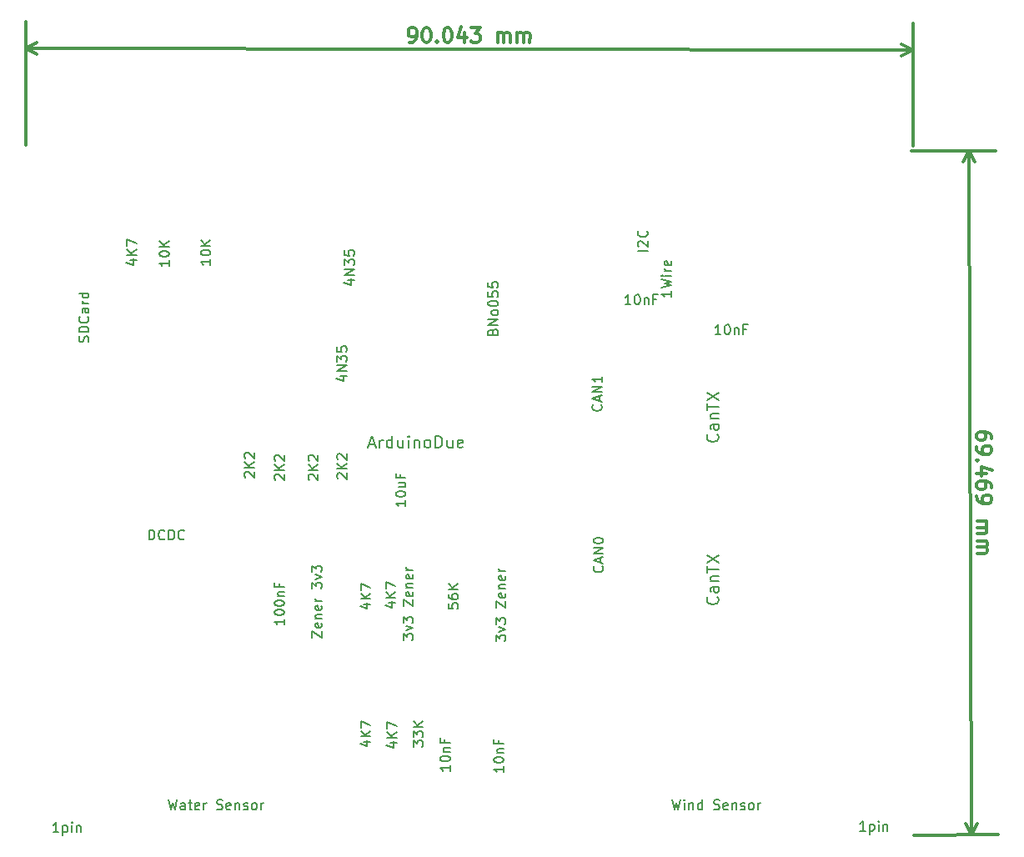
<source format=gbr>
G04 #@! TF.FileFunction,Other,Fab,Top*
%FSLAX46Y46*%
G04 Gerber Fmt 4.6, Leading zero omitted, Abs format (unit mm)*
G04 Created by KiCad (PCBNEW 4.0.6) date Thursday, 23 November 2017 'AMt' 10:57:15*
%MOMM*%
%LPD*%
G01*
G04 APERTURE LIST*
%ADD10C,0.100000*%
%ADD11C,0.300000*%
%ADD12C,0.150000*%
G04 APERTURE END LIST*
D10*
D11*
X128880818Y-34307991D02*
X129166533Y-34308394D01*
X129309490Y-34237168D01*
X129381019Y-34165839D01*
X129524179Y-33951756D01*
X129596010Y-33666142D01*
X129596816Y-33094715D01*
X129525589Y-32951757D01*
X129454261Y-32880227D01*
X129311505Y-32808597D01*
X129025791Y-32808194D01*
X128882833Y-32879421D01*
X128811304Y-32950750D01*
X128739674Y-33093506D01*
X128739170Y-33450648D01*
X128810397Y-33593606D01*
X128881725Y-33665135D01*
X129024482Y-33736765D01*
X129310195Y-33737168D01*
X129453153Y-33665941D01*
X129524683Y-33594613D01*
X129596312Y-33451857D01*
X130525789Y-32810310D02*
X130668646Y-32810511D01*
X130811402Y-32882142D01*
X130882730Y-32953671D01*
X130953958Y-33096629D01*
X131024983Y-33382443D01*
X131024479Y-33739586D01*
X130952648Y-34025199D01*
X130881017Y-34167955D01*
X130809488Y-34239283D01*
X130666530Y-34310510D01*
X130523673Y-34310308D01*
X130380917Y-34238679D01*
X130309589Y-34167149D01*
X130238363Y-34024191D01*
X130167337Y-33738377D01*
X130167840Y-33381234D01*
X130239672Y-33095621D01*
X130311302Y-32952865D01*
X130382831Y-32881537D01*
X130525789Y-32810310D01*
X131666731Y-34169063D02*
X131738058Y-34240593D01*
X131666529Y-34311920D01*
X131595201Y-34240391D01*
X131666731Y-34169063D01*
X131666529Y-34311920D01*
X132668644Y-32813332D02*
X132811501Y-32813533D01*
X132954257Y-32885164D01*
X133025585Y-32956694D01*
X133096812Y-33099651D01*
X133167837Y-33385466D01*
X133167334Y-33742608D01*
X133095503Y-34028221D01*
X133023872Y-34170977D01*
X132952343Y-34242306D01*
X132809385Y-34313532D01*
X132666528Y-34313330D01*
X132523772Y-34241701D01*
X132452444Y-34170171D01*
X132381217Y-34027214D01*
X132310192Y-33741399D01*
X132310695Y-33384257D01*
X132382527Y-33098644D01*
X132454157Y-32955888D01*
X132525686Y-32884559D01*
X132668644Y-32813332D01*
X134453651Y-33315850D02*
X134452240Y-34315849D01*
X134097314Y-32743919D02*
X133738660Y-33814842D01*
X134667231Y-33816152D01*
X135097212Y-32816757D02*
X136025783Y-32818067D01*
X135524977Y-33388790D01*
X135739263Y-33389092D01*
X135882019Y-33460723D01*
X135953347Y-33532252D01*
X136024574Y-33675209D01*
X136024070Y-34032352D01*
X135952440Y-34175108D01*
X135880911Y-34246436D01*
X135737953Y-34317663D01*
X135309382Y-34317058D01*
X135166625Y-34245429D01*
X135095298Y-34173899D01*
X137809379Y-34320584D02*
X137810790Y-33320585D01*
X137810588Y-33463443D02*
X137882117Y-33392115D01*
X138025075Y-33320887D01*
X138239360Y-33321190D01*
X138382116Y-33392820D01*
X138453344Y-33535778D01*
X138452235Y-34321491D01*
X138453344Y-33535778D02*
X138524974Y-33393022D01*
X138667932Y-33321794D01*
X138882216Y-33322096D01*
X139024974Y-33393727D01*
X139096200Y-33536684D01*
X139095092Y-34322398D01*
X139809377Y-34323405D02*
X139810788Y-33323406D01*
X139810586Y-33466264D02*
X139882115Y-33394936D01*
X140025073Y-33323708D01*
X140239358Y-33324010D01*
X140382114Y-33395641D01*
X140453342Y-33538599D01*
X140452233Y-34324312D01*
X140453342Y-33538599D02*
X140524972Y-33395842D01*
X140667930Y-33324615D01*
X140882214Y-33324917D01*
X141024972Y-33396548D01*
X141096198Y-33539505D01*
X141095090Y-34325218D01*
X89929793Y-34924483D02*
X179972793Y-35051483D01*
X89916000Y-44704000D02*
X89933601Y-32224486D01*
X179959000Y-44831000D02*
X179976601Y-32351486D01*
X179972793Y-35051483D02*
X178845463Y-35636314D01*
X179972793Y-35051483D02*
X178847117Y-34463474D01*
X89929793Y-34924483D02*
X91055469Y-35512492D01*
X89929793Y-34924483D02*
X91057123Y-34339652D01*
X187955013Y-74544228D02*
X187953968Y-74258516D01*
X187882017Y-74115921D01*
X187810328Y-74044754D01*
X187595522Y-73902681D01*
X187309548Y-73832298D01*
X186738123Y-73834387D01*
X186595529Y-73906338D01*
X186524361Y-73978026D01*
X186453456Y-74121145D01*
X186454501Y-74406857D01*
X186526451Y-74549452D01*
X186598140Y-74620619D01*
X186741257Y-74691524D01*
X187098398Y-74690218D01*
X187240993Y-74618269D01*
X187312159Y-74546579D01*
X187383065Y-74403462D01*
X187382021Y-74117750D01*
X187310070Y-73975154D01*
X187238381Y-73903987D01*
X187095264Y-73833081D01*
X186458157Y-75406849D02*
X186459202Y-75692562D01*
X186531151Y-75835157D01*
X186602841Y-75906323D01*
X186817647Y-76048397D01*
X187103621Y-76118780D01*
X187675045Y-76116691D01*
X187817640Y-76044741D01*
X187888808Y-75973051D01*
X187959714Y-75829934D01*
X187958669Y-75544222D01*
X187886718Y-75401626D01*
X187815029Y-75330459D01*
X187671911Y-75259553D01*
X187314771Y-75260859D01*
X187172176Y-75332810D01*
X187101010Y-75404499D01*
X187030103Y-75547617D01*
X187031148Y-75833329D01*
X187103099Y-75975924D01*
X187174788Y-76047091D01*
X187317905Y-76117996D01*
X186605975Y-76763461D02*
X186534808Y-76835149D01*
X186463119Y-76763983D01*
X186534285Y-76692293D01*
X186605975Y-76763461D01*
X186463119Y-76763983D01*
X187468074Y-78117461D02*
X186468081Y-78121117D01*
X188038193Y-77758231D02*
X186965466Y-77405008D01*
X186968861Y-78333573D01*
X187973294Y-79544194D02*
X187972250Y-79258482D01*
X187900299Y-79115887D01*
X187828609Y-79044720D01*
X187613803Y-78902647D01*
X187327829Y-78832263D01*
X186756405Y-78834353D01*
X186613810Y-78906303D01*
X186542643Y-78977992D01*
X186471737Y-79121110D01*
X186472782Y-79406822D01*
X186544732Y-79549417D01*
X186616422Y-79620585D01*
X186759539Y-79691490D01*
X187116679Y-79690184D01*
X187259274Y-79618234D01*
X187330441Y-79546544D01*
X187401347Y-79403427D01*
X187400302Y-79117715D01*
X187328351Y-78975119D01*
X187256663Y-78903953D01*
X187113545Y-78833047D01*
X186476438Y-80406815D02*
X186477483Y-80692528D01*
X186549433Y-80835123D01*
X186621123Y-80906289D01*
X186835928Y-81048363D01*
X187121903Y-81118745D01*
X187693327Y-81116656D01*
X187835922Y-81044706D01*
X187907089Y-80973017D01*
X187977995Y-80829899D01*
X187976951Y-80544187D01*
X187905000Y-80401591D01*
X187833310Y-80330425D01*
X187690193Y-80259519D01*
X187333052Y-80260825D01*
X187190457Y-80332776D01*
X187119291Y-80404464D01*
X187048385Y-80547582D01*
X187049430Y-80833294D01*
X187121380Y-80975889D01*
X187193069Y-81047057D01*
X187336186Y-81117962D01*
X186485579Y-82906798D02*
X187485572Y-82903142D01*
X187342715Y-82903664D02*
X187414405Y-82974830D01*
X187486356Y-83117426D01*
X187487139Y-83331710D01*
X187416233Y-83474827D01*
X187273638Y-83546778D01*
X186487930Y-83549651D01*
X187273638Y-83546778D02*
X187416755Y-83617684D01*
X187488706Y-83760279D01*
X187489490Y-83974563D01*
X187418584Y-84117681D01*
X187275989Y-84189631D01*
X186490280Y-84192503D01*
X186492892Y-84906785D02*
X187492885Y-84903128D01*
X187350028Y-84903651D02*
X187421718Y-84974817D01*
X187493668Y-85117413D01*
X187494452Y-85331696D01*
X187423546Y-85474814D01*
X187280951Y-85546764D01*
X186495242Y-85549637D01*
X187280951Y-85546764D02*
X187424068Y-85617671D01*
X187496019Y-85760266D01*
X187496802Y-85974549D01*
X187425896Y-86117667D01*
X187283301Y-86189617D01*
X186497593Y-86192490D01*
X185676708Y-45317630D02*
X185930708Y-114786630D01*
X179832000Y-45339000D02*
X188376690Y-45307758D01*
X180086000Y-114808000D02*
X188630690Y-114776758D01*
X185930708Y-114786630D02*
X185340172Y-113662278D01*
X185930708Y-114786630D02*
X186513006Y-113657990D01*
X185676708Y-45317630D02*
X185094410Y-46446270D01*
X185676708Y-45317630D02*
X186267244Y-46441982D01*
D12*
X128468381Y-80827428D02*
X128468381Y-81398857D01*
X128468381Y-81113143D02*
X127468381Y-81113143D01*
X127611238Y-81208381D01*
X127706476Y-81303619D01*
X127754095Y-81398857D01*
X127468381Y-80208381D02*
X127468381Y-80113142D01*
X127516000Y-80017904D01*
X127563619Y-79970285D01*
X127658857Y-79922666D01*
X127849333Y-79875047D01*
X128087429Y-79875047D01*
X128277905Y-79922666D01*
X128373143Y-79970285D01*
X128420762Y-80017904D01*
X128468381Y-80113142D01*
X128468381Y-80208381D01*
X128420762Y-80303619D01*
X128373143Y-80351238D01*
X128277905Y-80398857D01*
X128087429Y-80446476D01*
X127849333Y-80446476D01*
X127658857Y-80398857D01*
X127563619Y-80351238D01*
X127516000Y-80303619D01*
X127468381Y-80208381D01*
X127801714Y-79017904D02*
X128468381Y-79017904D01*
X127801714Y-79446476D02*
X128325524Y-79446476D01*
X128420762Y-79398857D01*
X128468381Y-79303619D01*
X128468381Y-79160761D01*
X128420762Y-79065523D01*
X128373143Y-79017904D01*
X127944571Y-78208380D02*
X127944571Y-78541714D01*
X128468381Y-78541714D02*
X127468381Y-78541714D01*
X127468381Y-78065523D01*
X116149381Y-92860619D02*
X116149381Y-93432048D01*
X116149381Y-93146334D02*
X115149381Y-93146334D01*
X115292238Y-93241572D01*
X115387476Y-93336810D01*
X115435095Y-93432048D01*
X115149381Y-92241572D02*
X115149381Y-92146333D01*
X115197000Y-92051095D01*
X115244619Y-92003476D01*
X115339857Y-91955857D01*
X115530333Y-91908238D01*
X115768429Y-91908238D01*
X115958905Y-91955857D01*
X116054143Y-92003476D01*
X116101762Y-92051095D01*
X116149381Y-92146333D01*
X116149381Y-92241572D01*
X116101762Y-92336810D01*
X116054143Y-92384429D01*
X115958905Y-92432048D01*
X115768429Y-92479667D01*
X115530333Y-92479667D01*
X115339857Y-92432048D01*
X115244619Y-92384429D01*
X115197000Y-92336810D01*
X115149381Y-92241572D01*
X115149381Y-91289191D02*
X115149381Y-91193952D01*
X115197000Y-91098714D01*
X115244619Y-91051095D01*
X115339857Y-91003476D01*
X115530333Y-90955857D01*
X115768429Y-90955857D01*
X115958905Y-91003476D01*
X116054143Y-91051095D01*
X116101762Y-91098714D01*
X116149381Y-91193952D01*
X116149381Y-91289191D01*
X116101762Y-91384429D01*
X116054143Y-91432048D01*
X115958905Y-91479667D01*
X115768429Y-91527286D01*
X115530333Y-91527286D01*
X115339857Y-91479667D01*
X115244619Y-91432048D01*
X115197000Y-91384429D01*
X115149381Y-91289191D01*
X115482714Y-90527286D02*
X116149381Y-90527286D01*
X115577952Y-90527286D02*
X115530333Y-90479667D01*
X115482714Y-90384429D01*
X115482714Y-90241571D01*
X115530333Y-90146333D01*
X115625571Y-90098714D01*
X116149381Y-90098714D01*
X115625571Y-89289190D02*
X115625571Y-89622524D01*
X116149381Y-89622524D02*
X115149381Y-89622524D01*
X115149381Y-89146333D01*
X160472572Y-63952381D02*
X159901143Y-63952381D01*
X160186857Y-63952381D02*
X160186857Y-62952381D01*
X160091619Y-63095238D01*
X159996381Y-63190476D01*
X159901143Y-63238095D01*
X161091619Y-62952381D02*
X161186858Y-62952381D01*
X161282096Y-63000000D01*
X161329715Y-63047619D01*
X161377334Y-63142857D01*
X161424953Y-63333333D01*
X161424953Y-63571429D01*
X161377334Y-63761905D01*
X161329715Y-63857143D01*
X161282096Y-63904762D01*
X161186858Y-63952381D01*
X161091619Y-63952381D01*
X160996381Y-63904762D01*
X160948762Y-63857143D01*
X160901143Y-63761905D01*
X160853524Y-63571429D01*
X160853524Y-63333333D01*
X160901143Y-63142857D01*
X160948762Y-63047619D01*
X160996381Y-63000000D01*
X161091619Y-62952381D01*
X161853524Y-63285714D02*
X161853524Y-63952381D01*
X161853524Y-63380952D02*
X161901143Y-63333333D01*
X161996381Y-63285714D01*
X162139239Y-63285714D01*
X162234477Y-63333333D01*
X162282096Y-63428571D01*
X162282096Y-63952381D01*
X163091620Y-63428571D02*
X162758286Y-63428571D01*
X162758286Y-63952381D02*
X162758286Y-62952381D01*
X163234477Y-62952381D01*
X151328572Y-60904381D02*
X150757143Y-60904381D01*
X151042857Y-60904381D02*
X151042857Y-59904381D01*
X150947619Y-60047238D01*
X150852381Y-60142476D01*
X150757143Y-60190095D01*
X151947619Y-59904381D02*
X152042858Y-59904381D01*
X152138096Y-59952000D01*
X152185715Y-59999619D01*
X152233334Y-60094857D01*
X152280953Y-60285333D01*
X152280953Y-60523429D01*
X152233334Y-60713905D01*
X152185715Y-60809143D01*
X152138096Y-60856762D01*
X152042858Y-60904381D01*
X151947619Y-60904381D01*
X151852381Y-60856762D01*
X151804762Y-60809143D01*
X151757143Y-60713905D01*
X151709524Y-60523429D01*
X151709524Y-60285333D01*
X151757143Y-60094857D01*
X151804762Y-59999619D01*
X151852381Y-59952000D01*
X151947619Y-59904381D01*
X152709524Y-60237714D02*
X152709524Y-60904381D01*
X152709524Y-60332952D02*
X152757143Y-60285333D01*
X152852381Y-60237714D01*
X152995239Y-60237714D01*
X153090477Y-60285333D01*
X153138096Y-60380571D01*
X153138096Y-60904381D01*
X153947620Y-60380571D02*
X153614286Y-60380571D01*
X153614286Y-60904381D02*
X153614286Y-59904381D01*
X154090477Y-59904381D01*
X121832714Y-68214714D02*
X122499381Y-68214714D01*
X121451762Y-68452810D02*
X122166048Y-68690905D01*
X122166048Y-68071857D01*
X122499381Y-67690905D02*
X121499381Y-67690905D01*
X122499381Y-67119476D01*
X121499381Y-67119476D01*
X121499381Y-66738524D02*
X121499381Y-66119476D01*
X121880333Y-66452810D01*
X121880333Y-66309952D01*
X121927952Y-66214714D01*
X121975571Y-66167095D01*
X122070810Y-66119476D01*
X122308905Y-66119476D01*
X122404143Y-66167095D01*
X122451762Y-66214714D01*
X122499381Y-66309952D01*
X122499381Y-66595667D01*
X122451762Y-66690905D01*
X122404143Y-66738524D01*
X121499381Y-65214714D02*
X121499381Y-65690905D01*
X121975571Y-65738524D01*
X121927952Y-65690905D01*
X121880333Y-65595667D01*
X121880333Y-65357571D01*
X121927952Y-65262333D01*
X121975571Y-65214714D01*
X122070810Y-65167095D01*
X122308905Y-65167095D01*
X122404143Y-65214714D01*
X122451762Y-65262333D01*
X122499381Y-65357571D01*
X122499381Y-65595667D01*
X122451762Y-65690905D01*
X122404143Y-65738524D01*
X122594714Y-58435714D02*
X123261381Y-58435714D01*
X122213762Y-58673810D02*
X122928048Y-58911905D01*
X122928048Y-58292857D01*
X123261381Y-57911905D02*
X122261381Y-57911905D01*
X123261381Y-57340476D01*
X122261381Y-57340476D01*
X122261381Y-56959524D02*
X122261381Y-56340476D01*
X122642333Y-56673810D01*
X122642333Y-56530952D01*
X122689952Y-56435714D01*
X122737571Y-56388095D01*
X122832810Y-56340476D01*
X123070905Y-56340476D01*
X123166143Y-56388095D01*
X123213762Y-56435714D01*
X123261381Y-56530952D01*
X123261381Y-56816667D01*
X123213762Y-56911905D01*
X123166143Y-56959524D01*
X122261381Y-55435714D02*
X122261381Y-55911905D01*
X122737571Y-55959524D01*
X122689952Y-55911905D01*
X122642333Y-55816667D01*
X122642333Y-55578571D01*
X122689952Y-55483333D01*
X122737571Y-55435714D01*
X122832810Y-55388095D01*
X123070905Y-55388095D01*
X123166143Y-55435714D01*
X123213762Y-55483333D01*
X123261381Y-55578571D01*
X123261381Y-55816667D01*
X123213762Y-55911905D01*
X123166143Y-55959524D01*
X155543809Y-111212381D02*
X155781904Y-112212381D01*
X155972381Y-111498095D01*
X156162857Y-112212381D01*
X156400952Y-111212381D01*
X156781904Y-112212381D02*
X156781904Y-111545714D01*
X156781904Y-111212381D02*
X156734285Y-111260000D01*
X156781904Y-111307619D01*
X156829523Y-111260000D01*
X156781904Y-111212381D01*
X156781904Y-111307619D01*
X157258094Y-111545714D02*
X157258094Y-112212381D01*
X157258094Y-111640952D02*
X157305713Y-111593333D01*
X157400951Y-111545714D01*
X157543809Y-111545714D01*
X157639047Y-111593333D01*
X157686666Y-111688571D01*
X157686666Y-112212381D01*
X158591428Y-112212381D02*
X158591428Y-111212381D01*
X158591428Y-112164762D02*
X158496190Y-112212381D01*
X158305713Y-112212381D01*
X158210475Y-112164762D01*
X158162856Y-112117143D01*
X158115237Y-112021905D01*
X158115237Y-111736190D01*
X158162856Y-111640952D01*
X158210475Y-111593333D01*
X158305713Y-111545714D01*
X158496190Y-111545714D01*
X158591428Y-111593333D01*
X159781904Y-112164762D02*
X159924761Y-112212381D01*
X160162857Y-112212381D01*
X160258095Y-112164762D01*
X160305714Y-112117143D01*
X160353333Y-112021905D01*
X160353333Y-111926667D01*
X160305714Y-111831429D01*
X160258095Y-111783810D01*
X160162857Y-111736190D01*
X159972380Y-111688571D01*
X159877142Y-111640952D01*
X159829523Y-111593333D01*
X159781904Y-111498095D01*
X159781904Y-111402857D01*
X159829523Y-111307619D01*
X159877142Y-111260000D01*
X159972380Y-111212381D01*
X160210476Y-111212381D01*
X160353333Y-111260000D01*
X161162857Y-112164762D02*
X161067619Y-112212381D01*
X160877142Y-112212381D01*
X160781904Y-112164762D01*
X160734285Y-112069524D01*
X160734285Y-111688571D01*
X160781904Y-111593333D01*
X160877142Y-111545714D01*
X161067619Y-111545714D01*
X161162857Y-111593333D01*
X161210476Y-111688571D01*
X161210476Y-111783810D01*
X160734285Y-111879048D01*
X161639047Y-111545714D02*
X161639047Y-112212381D01*
X161639047Y-111640952D02*
X161686666Y-111593333D01*
X161781904Y-111545714D01*
X161924762Y-111545714D01*
X162020000Y-111593333D01*
X162067619Y-111688571D01*
X162067619Y-112212381D01*
X162496190Y-112164762D02*
X162591428Y-112212381D01*
X162781904Y-112212381D01*
X162877143Y-112164762D01*
X162924762Y-112069524D01*
X162924762Y-112021905D01*
X162877143Y-111926667D01*
X162781904Y-111879048D01*
X162639047Y-111879048D01*
X162543809Y-111831429D01*
X162496190Y-111736190D01*
X162496190Y-111688571D01*
X162543809Y-111593333D01*
X162639047Y-111545714D01*
X162781904Y-111545714D01*
X162877143Y-111593333D01*
X163496190Y-112212381D02*
X163400952Y-112164762D01*
X163353333Y-112117143D01*
X163305714Y-112021905D01*
X163305714Y-111736190D01*
X163353333Y-111640952D01*
X163400952Y-111593333D01*
X163496190Y-111545714D01*
X163639048Y-111545714D01*
X163734286Y-111593333D01*
X163781905Y-111640952D01*
X163829524Y-111736190D01*
X163829524Y-112021905D01*
X163781905Y-112117143D01*
X163734286Y-112164762D01*
X163639048Y-112212381D01*
X163496190Y-112212381D01*
X164258095Y-112212381D02*
X164258095Y-111545714D01*
X164258095Y-111736190D02*
X164305714Y-111640952D01*
X164353333Y-111593333D01*
X164448571Y-111545714D01*
X164543810Y-111545714D01*
X104410475Y-111212381D02*
X104648570Y-112212381D01*
X104839047Y-111498095D01*
X105029523Y-112212381D01*
X105267618Y-111212381D01*
X106077142Y-112212381D02*
X106077142Y-111688571D01*
X106029523Y-111593333D01*
X105934285Y-111545714D01*
X105743808Y-111545714D01*
X105648570Y-111593333D01*
X106077142Y-112164762D02*
X105981904Y-112212381D01*
X105743808Y-112212381D01*
X105648570Y-112164762D01*
X105600951Y-112069524D01*
X105600951Y-111974286D01*
X105648570Y-111879048D01*
X105743808Y-111831429D01*
X105981904Y-111831429D01*
X106077142Y-111783810D01*
X106410475Y-111545714D02*
X106791427Y-111545714D01*
X106553332Y-111212381D02*
X106553332Y-112069524D01*
X106600951Y-112164762D01*
X106696189Y-112212381D01*
X106791427Y-112212381D01*
X107505714Y-112164762D02*
X107410476Y-112212381D01*
X107219999Y-112212381D01*
X107124761Y-112164762D01*
X107077142Y-112069524D01*
X107077142Y-111688571D01*
X107124761Y-111593333D01*
X107219999Y-111545714D01*
X107410476Y-111545714D01*
X107505714Y-111593333D01*
X107553333Y-111688571D01*
X107553333Y-111783810D01*
X107077142Y-111879048D01*
X107981904Y-112212381D02*
X107981904Y-111545714D01*
X107981904Y-111736190D02*
X108029523Y-111640952D01*
X108077142Y-111593333D01*
X108172380Y-111545714D01*
X108267619Y-111545714D01*
X109315238Y-112164762D02*
X109458095Y-112212381D01*
X109696191Y-112212381D01*
X109791429Y-112164762D01*
X109839048Y-112117143D01*
X109886667Y-112021905D01*
X109886667Y-111926667D01*
X109839048Y-111831429D01*
X109791429Y-111783810D01*
X109696191Y-111736190D01*
X109505714Y-111688571D01*
X109410476Y-111640952D01*
X109362857Y-111593333D01*
X109315238Y-111498095D01*
X109315238Y-111402857D01*
X109362857Y-111307619D01*
X109410476Y-111260000D01*
X109505714Y-111212381D01*
X109743810Y-111212381D01*
X109886667Y-111260000D01*
X110696191Y-112164762D02*
X110600953Y-112212381D01*
X110410476Y-112212381D01*
X110315238Y-112164762D01*
X110267619Y-112069524D01*
X110267619Y-111688571D01*
X110315238Y-111593333D01*
X110410476Y-111545714D01*
X110600953Y-111545714D01*
X110696191Y-111593333D01*
X110743810Y-111688571D01*
X110743810Y-111783810D01*
X110267619Y-111879048D01*
X111172381Y-111545714D02*
X111172381Y-112212381D01*
X111172381Y-111640952D02*
X111220000Y-111593333D01*
X111315238Y-111545714D01*
X111458096Y-111545714D01*
X111553334Y-111593333D01*
X111600953Y-111688571D01*
X111600953Y-112212381D01*
X112029524Y-112164762D02*
X112124762Y-112212381D01*
X112315238Y-112212381D01*
X112410477Y-112164762D01*
X112458096Y-112069524D01*
X112458096Y-112021905D01*
X112410477Y-111926667D01*
X112315238Y-111879048D01*
X112172381Y-111879048D01*
X112077143Y-111831429D01*
X112029524Y-111736190D01*
X112029524Y-111688571D01*
X112077143Y-111593333D01*
X112172381Y-111545714D01*
X112315238Y-111545714D01*
X112410477Y-111593333D01*
X113029524Y-112212381D02*
X112934286Y-112164762D01*
X112886667Y-112117143D01*
X112839048Y-112021905D01*
X112839048Y-111736190D01*
X112886667Y-111640952D01*
X112934286Y-111593333D01*
X113029524Y-111545714D01*
X113172382Y-111545714D01*
X113267620Y-111593333D01*
X113315239Y-111640952D01*
X113362858Y-111736190D01*
X113362858Y-112021905D01*
X113315239Y-112117143D01*
X113267620Y-112164762D01*
X113172382Y-112212381D01*
X113029524Y-112212381D01*
X113791429Y-112212381D02*
X113791429Y-111545714D01*
X113791429Y-111736190D02*
X113839048Y-111640952D01*
X113886667Y-111593333D01*
X113981905Y-111545714D01*
X114077144Y-111545714D01*
X148447143Y-87479047D02*
X148494762Y-87526666D01*
X148542381Y-87669523D01*
X148542381Y-87764761D01*
X148494762Y-87907619D01*
X148399524Y-88002857D01*
X148304286Y-88050476D01*
X148113810Y-88098095D01*
X147970952Y-88098095D01*
X147780476Y-88050476D01*
X147685238Y-88002857D01*
X147590000Y-87907619D01*
X147542381Y-87764761D01*
X147542381Y-87669523D01*
X147590000Y-87526666D01*
X147637619Y-87479047D01*
X148256667Y-87098095D02*
X148256667Y-86621904D01*
X148542381Y-87193333D02*
X147542381Y-86860000D01*
X148542381Y-86526666D01*
X148542381Y-86193333D02*
X147542381Y-86193333D01*
X148542381Y-85621904D01*
X147542381Y-85621904D01*
X147542381Y-84955238D02*
X147542381Y-84859999D01*
X147590000Y-84764761D01*
X147637619Y-84717142D01*
X147732857Y-84669523D01*
X147923333Y-84621904D01*
X148161429Y-84621904D01*
X148351905Y-84669523D01*
X148447143Y-84717142D01*
X148494762Y-84764761D01*
X148542381Y-84859999D01*
X148542381Y-84955238D01*
X148494762Y-85050476D01*
X148447143Y-85098095D01*
X148351905Y-85145714D01*
X148161429Y-85193333D01*
X147923333Y-85193333D01*
X147732857Y-85145714D01*
X147637619Y-85098095D01*
X147590000Y-85050476D01*
X147542381Y-84955238D01*
X148320143Y-71096047D02*
X148367762Y-71143666D01*
X148415381Y-71286523D01*
X148415381Y-71381761D01*
X148367762Y-71524619D01*
X148272524Y-71619857D01*
X148177286Y-71667476D01*
X147986810Y-71715095D01*
X147843952Y-71715095D01*
X147653476Y-71667476D01*
X147558238Y-71619857D01*
X147463000Y-71524619D01*
X147415381Y-71381761D01*
X147415381Y-71286523D01*
X147463000Y-71143666D01*
X147510619Y-71096047D01*
X148129667Y-70715095D02*
X148129667Y-70238904D01*
X148415381Y-70810333D02*
X147415381Y-70477000D01*
X148415381Y-70143666D01*
X148415381Y-69810333D02*
X147415381Y-69810333D01*
X148415381Y-69238904D01*
X147415381Y-69238904D01*
X148415381Y-68238904D02*
X148415381Y-68810333D01*
X148415381Y-68524619D02*
X147415381Y-68524619D01*
X147558238Y-68619857D01*
X147653476Y-68715095D01*
X147701095Y-68810333D01*
X129246381Y-105830524D02*
X129246381Y-105211476D01*
X129627333Y-105544810D01*
X129627333Y-105401952D01*
X129674952Y-105306714D01*
X129722571Y-105259095D01*
X129817810Y-105211476D01*
X130055905Y-105211476D01*
X130151143Y-105259095D01*
X130198762Y-105306714D01*
X130246381Y-105401952D01*
X130246381Y-105687667D01*
X130198762Y-105782905D01*
X130151143Y-105830524D01*
X129246381Y-104878143D02*
X129246381Y-104259095D01*
X129627333Y-104592429D01*
X129627333Y-104449571D01*
X129674952Y-104354333D01*
X129722571Y-104306714D01*
X129817810Y-104259095D01*
X130055905Y-104259095D01*
X130151143Y-104306714D01*
X130198762Y-104354333D01*
X130246381Y-104449571D01*
X130246381Y-104735286D01*
X130198762Y-104830524D01*
X130151143Y-104878143D01*
X130246381Y-103830524D02*
X129246381Y-103830524D01*
X130246381Y-103259095D02*
X129674952Y-103687667D01*
X129246381Y-103259095D02*
X129817810Y-103830524D01*
X132802381Y-91289095D02*
X132802381Y-91765286D01*
X133278571Y-91812905D01*
X133230952Y-91765286D01*
X133183333Y-91670048D01*
X133183333Y-91431952D01*
X133230952Y-91336714D01*
X133278571Y-91289095D01*
X133373810Y-91241476D01*
X133611905Y-91241476D01*
X133707143Y-91289095D01*
X133754762Y-91336714D01*
X133802381Y-91431952D01*
X133802381Y-91670048D01*
X133754762Y-91765286D01*
X133707143Y-91812905D01*
X132802381Y-90384333D02*
X132802381Y-90574810D01*
X132850000Y-90670048D01*
X132897619Y-90717667D01*
X133040476Y-90812905D01*
X133230952Y-90860524D01*
X133611905Y-90860524D01*
X133707143Y-90812905D01*
X133754762Y-90765286D01*
X133802381Y-90670048D01*
X133802381Y-90479571D01*
X133754762Y-90384333D01*
X133707143Y-90336714D01*
X133611905Y-90289095D01*
X133373810Y-90289095D01*
X133278571Y-90336714D01*
X133230952Y-90384333D01*
X133183333Y-90479571D01*
X133183333Y-90670048D01*
X133230952Y-90765286D01*
X133278571Y-90812905D01*
X133373810Y-90860524D01*
X133802381Y-89860524D02*
X132802381Y-89860524D01*
X133802381Y-89289095D02*
X133230952Y-89717667D01*
X132802381Y-89289095D02*
X133373810Y-89860524D01*
X126912714Y-105433714D02*
X127579381Y-105433714D01*
X126531762Y-105671810D02*
X127246048Y-105909905D01*
X127246048Y-105290857D01*
X127579381Y-104909905D02*
X126579381Y-104909905D01*
X127579381Y-104338476D02*
X127007952Y-104767048D01*
X126579381Y-104338476D02*
X127150810Y-104909905D01*
X126579381Y-104005143D02*
X126579381Y-103338476D01*
X127579381Y-103767048D01*
X126785714Y-91209714D02*
X127452381Y-91209714D01*
X126404762Y-91447810D02*
X127119048Y-91685905D01*
X127119048Y-91066857D01*
X127452381Y-90685905D02*
X126452381Y-90685905D01*
X127452381Y-90114476D02*
X126880952Y-90543048D01*
X126452381Y-90114476D02*
X127023810Y-90685905D01*
X126452381Y-89781143D02*
X126452381Y-89114476D01*
X127452381Y-89543048D01*
X124245714Y-105306714D02*
X124912381Y-105306714D01*
X123864762Y-105544810D02*
X124579048Y-105782905D01*
X124579048Y-105163857D01*
X124912381Y-104782905D02*
X123912381Y-104782905D01*
X124912381Y-104211476D02*
X124340952Y-104640048D01*
X123912381Y-104211476D02*
X124483810Y-104782905D01*
X123912381Y-103878143D02*
X123912381Y-103211476D01*
X124912381Y-103640048D01*
X124245714Y-91336714D02*
X124912381Y-91336714D01*
X123864762Y-91574810D02*
X124579048Y-91812905D01*
X124579048Y-91193857D01*
X124912381Y-90812905D02*
X123912381Y-90812905D01*
X124912381Y-90241476D02*
X124340952Y-90670048D01*
X123912381Y-90241476D02*
X124483810Y-90812905D01*
X123912381Y-89908143D02*
X123912381Y-89241476D01*
X124912381Y-89670048D01*
X118673619Y-78731905D02*
X118626000Y-78684286D01*
X118578381Y-78589048D01*
X118578381Y-78350952D01*
X118626000Y-78255714D01*
X118673619Y-78208095D01*
X118768857Y-78160476D01*
X118864095Y-78160476D01*
X119006952Y-78208095D01*
X119578381Y-78779524D01*
X119578381Y-78160476D01*
X119578381Y-77731905D02*
X118578381Y-77731905D01*
X119578381Y-77160476D02*
X119006952Y-77589048D01*
X118578381Y-77160476D02*
X119149810Y-77731905D01*
X118673619Y-76779524D02*
X118626000Y-76731905D01*
X118578381Y-76636667D01*
X118578381Y-76398571D01*
X118626000Y-76303333D01*
X118673619Y-76255714D01*
X118768857Y-76208095D01*
X118864095Y-76208095D01*
X119006952Y-76255714D01*
X119578381Y-76827143D01*
X119578381Y-76208095D01*
X115244619Y-78731905D02*
X115197000Y-78684286D01*
X115149381Y-78589048D01*
X115149381Y-78350952D01*
X115197000Y-78255714D01*
X115244619Y-78208095D01*
X115339857Y-78160476D01*
X115435095Y-78160476D01*
X115577952Y-78208095D01*
X116149381Y-78779524D01*
X116149381Y-78160476D01*
X116149381Y-77731905D02*
X115149381Y-77731905D01*
X116149381Y-77160476D02*
X115577952Y-77589048D01*
X115149381Y-77160476D02*
X115720810Y-77731905D01*
X115244619Y-76779524D02*
X115197000Y-76731905D01*
X115149381Y-76636667D01*
X115149381Y-76398571D01*
X115197000Y-76303333D01*
X115244619Y-76255714D01*
X115339857Y-76208095D01*
X115435095Y-76208095D01*
X115577952Y-76255714D01*
X116149381Y-76827143D01*
X116149381Y-76208095D01*
X104465381Y-56443476D02*
X104465381Y-57014905D01*
X104465381Y-56729191D02*
X103465381Y-56729191D01*
X103608238Y-56824429D01*
X103703476Y-56919667D01*
X103751095Y-57014905D01*
X103465381Y-55824429D02*
X103465381Y-55729190D01*
X103513000Y-55633952D01*
X103560619Y-55586333D01*
X103655857Y-55538714D01*
X103846333Y-55491095D01*
X104084429Y-55491095D01*
X104274905Y-55538714D01*
X104370143Y-55586333D01*
X104417762Y-55633952D01*
X104465381Y-55729190D01*
X104465381Y-55824429D01*
X104417762Y-55919667D01*
X104370143Y-55967286D01*
X104274905Y-56014905D01*
X104084429Y-56062524D01*
X103846333Y-56062524D01*
X103655857Y-56014905D01*
X103560619Y-55967286D01*
X103513000Y-55919667D01*
X103465381Y-55824429D01*
X104465381Y-55062524D02*
X103465381Y-55062524D01*
X104465381Y-54491095D02*
X103893952Y-54919667D01*
X103465381Y-54491095D02*
X104036810Y-55062524D01*
X108656381Y-56316476D02*
X108656381Y-56887905D01*
X108656381Y-56602191D02*
X107656381Y-56602191D01*
X107799238Y-56697429D01*
X107894476Y-56792667D01*
X107942095Y-56887905D01*
X107656381Y-55697429D02*
X107656381Y-55602190D01*
X107704000Y-55506952D01*
X107751619Y-55459333D01*
X107846857Y-55411714D01*
X108037333Y-55364095D01*
X108275429Y-55364095D01*
X108465905Y-55411714D01*
X108561143Y-55459333D01*
X108608762Y-55506952D01*
X108656381Y-55602190D01*
X108656381Y-55697429D01*
X108608762Y-55792667D01*
X108561143Y-55840286D01*
X108465905Y-55887905D01*
X108275429Y-55935524D01*
X108037333Y-55935524D01*
X107846857Y-55887905D01*
X107751619Y-55840286D01*
X107704000Y-55792667D01*
X107656381Y-55697429D01*
X108656381Y-54935524D02*
X107656381Y-54935524D01*
X108656381Y-54364095D02*
X108084952Y-54792667D01*
X107656381Y-54364095D02*
X108227810Y-54935524D01*
X96254762Y-64720000D02*
X96302381Y-64577143D01*
X96302381Y-64339047D01*
X96254762Y-64243809D01*
X96207143Y-64196190D01*
X96111905Y-64148571D01*
X96016667Y-64148571D01*
X95921429Y-64196190D01*
X95873810Y-64243809D01*
X95826190Y-64339047D01*
X95778571Y-64529524D01*
X95730952Y-64624762D01*
X95683333Y-64672381D01*
X95588095Y-64720000D01*
X95492857Y-64720000D01*
X95397619Y-64672381D01*
X95350000Y-64624762D01*
X95302381Y-64529524D01*
X95302381Y-64291428D01*
X95350000Y-64148571D01*
X96302381Y-63720000D02*
X95302381Y-63720000D01*
X95302381Y-63481905D01*
X95350000Y-63339047D01*
X95445238Y-63243809D01*
X95540476Y-63196190D01*
X95730952Y-63148571D01*
X95873810Y-63148571D01*
X96064286Y-63196190D01*
X96159524Y-63243809D01*
X96254762Y-63339047D01*
X96302381Y-63481905D01*
X96302381Y-63720000D01*
X96207143Y-62148571D02*
X96254762Y-62196190D01*
X96302381Y-62339047D01*
X96302381Y-62434285D01*
X96254762Y-62577143D01*
X96159524Y-62672381D01*
X96064286Y-62720000D01*
X95873810Y-62767619D01*
X95730952Y-62767619D01*
X95540476Y-62720000D01*
X95445238Y-62672381D01*
X95350000Y-62577143D01*
X95302381Y-62434285D01*
X95302381Y-62339047D01*
X95350000Y-62196190D01*
X95397619Y-62148571D01*
X96302381Y-61291428D02*
X95778571Y-61291428D01*
X95683333Y-61339047D01*
X95635714Y-61434285D01*
X95635714Y-61624762D01*
X95683333Y-61720000D01*
X96254762Y-61291428D02*
X96302381Y-61386666D01*
X96302381Y-61624762D01*
X96254762Y-61720000D01*
X96159524Y-61767619D01*
X96064286Y-61767619D01*
X95969048Y-61720000D01*
X95921429Y-61624762D01*
X95921429Y-61386666D01*
X95873810Y-61291428D01*
X96302381Y-60815238D02*
X95635714Y-60815238D01*
X95826190Y-60815238D02*
X95730952Y-60767619D01*
X95683333Y-60720000D01*
X95635714Y-60624762D01*
X95635714Y-60529523D01*
X96302381Y-59767618D02*
X95302381Y-59767618D01*
X96254762Y-59767618D02*
X96302381Y-59862856D01*
X96302381Y-60053333D01*
X96254762Y-60148571D01*
X96207143Y-60196190D01*
X96111905Y-60243809D01*
X95826190Y-60243809D01*
X95730952Y-60196190D01*
X95683333Y-60148571D01*
X95635714Y-60053333D01*
X95635714Y-59862856D01*
X95683333Y-59767618D01*
X160138571Y-90642856D02*
X160195714Y-90699999D01*
X160252857Y-90871428D01*
X160252857Y-90985714D01*
X160195714Y-91157142D01*
X160081429Y-91271428D01*
X159967143Y-91328571D01*
X159738571Y-91385714D01*
X159567143Y-91385714D01*
X159338571Y-91328571D01*
X159224286Y-91271428D01*
X159110000Y-91157142D01*
X159052857Y-90985714D01*
X159052857Y-90871428D01*
X159110000Y-90699999D01*
X159167143Y-90642856D01*
X160252857Y-89614285D02*
X159624286Y-89614285D01*
X159510000Y-89671428D01*
X159452857Y-89785714D01*
X159452857Y-90014285D01*
X159510000Y-90128571D01*
X160195714Y-89614285D02*
X160252857Y-89728571D01*
X160252857Y-90014285D01*
X160195714Y-90128571D01*
X160081429Y-90185714D01*
X159967143Y-90185714D01*
X159852857Y-90128571D01*
X159795714Y-90014285D01*
X159795714Y-89728571D01*
X159738571Y-89614285D01*
X159452857Y-89042857D02*
X160252857Y-89042857D01*
X159567143Y-89042857D02*
X159510000Y-88985714D01*
X159452857Y-88871428D01*
X159452857Y-88700000D01*
X159510000Y-88585714D01*
X159624286Y-88528571D01*
X160252857Y-88528571D01*
X159052857Y-88128571D02*
X159052857Y-87442857D01*
X160252857Y-87785714D02*
X159052857Y-87785714D01*
X159052857Y-87157142D02*
X160252857Y-86357142D01*
X159052857Y-86357142D02*
X160252857Y-87157142D01*
X160138571Y-74132856D02*
X160195714Y-74189999D01*
X160252857Y-74361428D01*
X160252857Y-74475714D01*
X160195714Y-74647142D01*
X160081429Y-74761428D01*
X159967143Y-74818571D01*
X159738571Y-74875714D01*
X159567143Y-74875714D01*
X159338571Y-74818571D01*
X159224286Y-74761428D01*
X159110000Y-74647142D01*
X159052857Y-74475714D01*
X159052857Y-74361428D01*
X159110000Y-74189999D01*
X159167143Y-74132856D01*
X160252857Y-73104285D02*
X159624286Y-73104285D01*
X159510000Y-73161428D01*
X159452857Y-73275714D01*
X159452857Y-73504285D01*
X159510000Y-73618571D01*
X160195714Y-73104285D02*
X160252857Y-73218571D01*
X160252857Y-73504285D01*
X160195714Y-73618571D01*
X160081429Y-73675714D01*
X159967143Y-73675714D01*
X159852857Y-73618571D01*
X159795714Y-73504285D01*
X159795714Y-73218571D01*
X159738571Y-73104285D01*
X159452857Y-72532857D02*
X160252857Y-72532857D01*
X159567143Y-72532857D02*
X159510000Y-72475714D01*
X159452857Y-72361428D01*
X159452857Y-72190000D01*
X159510000Y-72075714D01*
X159624286Y-72018571D01*
X160252857Y-72018571D01*
X159052857Y-71618571D02*
X159052857Y-70932857D01*
X160252857Y-71275714D02*
X159052857Y-71275714D01*
X159052857Y-70647142D02*
X160252857Y-69847142D01*
X159052857Y-69847142D02*
X160252857Y-70647142D01*
X137628381Y-95106667D02*
X137628381Y-94487619D01*
X138009333Y-94820953D01*
X138009333Y-94678095D01*
X138056952Y-94582857D01*
X138104571Y-94535238D01*
X138199810Y-94487619D01*
X138437905Y-94487619D01*
X138533143Y-94535238D01*
X138580762Y-94582857D01*
X138628381Y-94678095D01*
X138628381Y-94963810D01*
X138580762Y-95059048D01*
X138533143Y-95106667D01*
X137961714Y-94154286D02*
X138628381Y-93916191D01*
X137961714Y-93678095D01*
X137628381Y-93392381D02*
X137628381Y-92773333D01*
X138009333Y-93106667D01*
X138009333Y-92963809D01*
X138056952Y-92868571D01*
X138104571Y-92820952D01*
X138199810Y-92773333D01*
X138437905Y-92773333D01*
X138533143Y-92820952D01*
X138580762Y-92868571D01*
X138628381Y-92963809D01*
X138628381Y-93249524D01*
X138580762Y-93344762D01*
X138533143Y-93392381D01*
X137628381Y-91678095D02*
X137628381Y-91011428D01*
X138628381Y-91678095D01*
X138628381Y-91011428D01*
X138580762Y-90249523D02*
X138628381Y-90344761D01*
X138628381Y-90535238D01*
X138580762Y-90630476D01*
X138485524Y-90678095D01*
X138104571Y-90678095D01*
X138009333Y-90630476D01*
X137961714Y-90535238D01*
X137961714Y-90344761D01*
X138009333Y-90249523D01*
X138104571Y-90201904D01*
X138199810Y-90201904D01*
X138295048Y-90678095D01*
X137961714Y-89773333D02*
X138628381Y-89773333D01*
X138056952Y-89773333D02*
X138009333Y-89725714D01*
X137961714Y-89630476D01*
X137961714Y-89487618D01*
X138009333Y-89392380D01*
X138104571Y-89344761D01*
X138628381Y-89344761D01*
X138580762Y-88487618D02*
X138628381Y-88582856D01*
X138628381Y-88773333D01*
X138580762Y-88868571D01*
X138485524Y-88916190D01*
X138104571Y-88916190D01*
X138009333Y-88868571D01*
X137961714Y-88773333D01*
X137961714Y-88582856D01*
X138009333Y-88487618D01*
X138104571Y-88439999D01*
X138199810Y-88439999D01*
X138295048Y-88916190D01*
X138628381Y-88011428D02*
X137961714Y-88011428D01*
X138152190Y-88011428D02*
X138056952Y-87963809D01*
X138009333Y-87916190D01*
X137961714Y-87820952D01*
X137961714Y-87725713D01*
X128230381Y-94979667D02*
X128230381Y-94360619D01*
X128611333Y-94693953D01*
X128611333Y-94551095D01*
X128658952Y-94455857D01*
X128706571Y-94408238D01*
X128801810Y-94360619D01*
X129039905Y-94360619D01*
X129135143Y-94408238D01*
X129182762Y-94455857D01*
X129230381Y-94551095D01*
X129230381Y-94836810D01*
X129182762Y-94932048D01*
X129135143Y-94979667D01*
X128563714Y-94027286D02*
X129230381Y-93789191D01*
X128563714Y-93551095D01*
X128230381Y-93265381D02*
X128230381Y-92646333D01*
X128611333Y-92979667D01*
X128611333Y-92836809D01*
X128658952Y-92741571D01*
X128706571Y-92693952D01*
X128801810Y-92646333D01*
X129039905Y-92646333D01*
X129135143Y-92693952D01*
X129182762Y-92741571D01*
X129230381Y-92836809D01*
X129230381Y-93122524D01*
X129182762Y-93217762D01*
X129135143Y-93265381D01*
X128230381Y-91551095D02*
X128230381Y-90884428D01*
X129230381Y-91551095D01*
X129230381Y-90884428D01*
X129182762Y-90122523D02*
X129230381Y-90217761D01*
X129230381Y-90408238D01*
X129182762Y-90503476D01*
X129087524Y-90551095D01*
X128706571Y-90551095D01*
X128611333Y-90503476D01*
X128563714Y-90408238D01*
X128563714Y-90217761D01*
X128611333Y-90122523D01*
X128706571Y-90074904D01*
X128801810Y-90074904D01*
X128897048Y-90551095D01*
X128563714Y-89646333D02*
X129230381Y-89646333D01*
X128658952Y-89646333D02*
X128611333Y-89598714D01*
X128563714Y-89503476D01*
X128563714Y-89360618D01*
X128611333Y-89265380D01*
X128706571Y-89217761D01*
X129230381Y-89217761D01*
X129182762Y-88360618D02*
X129230381Y-88455856D01*
X129230381Y-88646333D01*
X129182762Y-88741571D01*
X129087524Y-88789190D01*
X128706571Y-88789190D01*
X128611333Y-88741571D01*
X128563714Y-88646333D01*
X128563714Y-88455856D01*
X128611333Y-88360618D01*
X128706571Y-88312999D01*
X128801810Y-88312999D01*
X128897048Y-88789190D01*
X129230381Y-87884428D02*
X128563714Y-87884428D01*
X128754190Y-87884428D02*
X128658952Y-87836809D01*
X128611333Y-87789190D01*
X128563714Y-87693952D01*
X128563714Y-87598713D01*
X118959381Y-94725667D02*
X118959381Y-94059000D01*
X119959381Y-94725667D01*
X119959381Y-94059000D01*
X119911762Y-93297095D02*
X119959381Y-93392333D01*
X119959381Y-93582810D01*
X119911762Y-93678048D01*
X119816524Y-93725667D01*
X119435571Y-93725667D01*
X119340333Y-93678048D01*
X119292714Y-93582810D01*
X119292714Y-93392333D01*
X119340333Y-93297095D01*
X119435571Y-93249476D01*
X119530810Y-93249476D01*
X119626048Y-93725667D01*
X119292714Y-92820905D02*
X119959381Y-92820905D01*
X119387952Y-92820905D02*
X119340333Y-92773286D01*
X119292714Y-92678048D01*
X119292714Y-92535190D01*
X119340333Y-92439952D01*
X119435571Y-92392333D01*
X119959381Y-92392333D01*
X119911762Y-91535190D02*
X119959381Y-91630428D01*
X119959381Y-91820905D01*
X119911762Y-91916143D01*
X119816524Y-91963762D01*
X119435571Y-91963762D01*
X119340333Y-91916143D01*
X119292714Y-91820905D01*
X119292714Y-91630428D01*
X119340333Y-91535190D01*
X119435571Y-91487571D01*
X119530810Y-91487571D01*
X119626048Y-91963762D01*
X119959381Y-91059000D02*
X119292714Y-91059000D01*
X119483190Y-91059000D02*
X119387952Y-91011381D01*
X119340333Y-90963762D01*
X119292714Y-90868524D01*
X119292714Y-90773285D01*
X118959381Y-89773285D02*
X118959381Y-89154237D01*
X119340333Y-89487571D01*
X119340333Y-89344713D01*
X119387952Y-89249475D01*
X119435571Y-89201856D01*
X119530810Y-89154237D01*
X119768905Y-89154237D01*
X119864143Y-89201856D01*
X119911762Y-89249475D01*
X119959381Y-89344713D01*
X119959381Y-89630428D01*
X119911762Y-89725666D01*
X119864143Y-89773285D01*
X119292714Y-88820904D02*
X119959381Y-88582809D01*
X119292714Y-88344713D01*
X118959381Y-88058999D02*
X118959381Y-87439951D01*
X119340333Y-87773285D01*
X119340333Y-87630427D01*
X119387952Y-87535189D01*
X119435571Y-87487570D01*
X119530810Y-87439951D01*
X119768905Y-87439951D01*
X119864143Y-87487570D01*
X119911762Y-87535189D01*
X119959381Y-87630427D01*
X119959381Y-87916142D01*
X119911762Y-88011380D01*
X119864143Y-88058999D01*
X138430381Y-107838428D02*
X138430381Y-108409857D01*
X138430381Y-108124143D02*
X137430381Y-108124143D01*
X137573238Y-108219381D01*
X137668476Y-108314619D01*
X137716095Y-108409857D01*
X137430381Y-107219381D02*
X137430381Y-107124142D01*
X137478000Y-107028904D01*
X137525619Y-106981285D01*
X137620857Y-106933666D01*
X137811333Y-106886047D01*
X138049429Y-106886047D01*
X138239905Y-106933666D01*
X138335143Y-106981285D01*
X138382762Y-107028904D01*
X138430381Y-107124142D01*
X138430381Y-107219381D01*
X138382762Y-107314619D01*
X138335143Y-107362238D01*
X138239905Y-107409857D01*
X138049429Y-107457476D01*
X137811333Y-107457476D01*
X137620857Y-107409857D01*
X137525619Y-107362238D01*
X137478000Y-107314619D01*
X137430381Y-107219381D01*
X137763714Y-106457476D02*
X138430381Y-106457476D01*
X137858952Y-106457476D02*
X137811333Y-106409857D01*
X137763714Y-106314619D01*
X137763714Y-106171761D01*
X137811333Y-106076523D01*
X137906571Y-106028904D01*
X138430381Y-106028904D01*
X137906571Y-105219380D02*
X137906571Y-105552714D01*
X138430381Y-105552714D02*
X137430381Y-105552714D01*
X137430381Y-105076523D01*
X132969381Y-107711428D02*
X132969381Y-108282857D01*
X132969381Y-107997143D02*
X131969381Y-107997143D01*
X132112238Y-108092381D01*
X132207476Y-108187619D01*
X132255095Y-108282857D01*
X131969381Y-107092381D02*
X131969381Y-106997142D01*
X132017000Y-106901904D01*
X132064619Y-106854285D01*
X132159857Y-106806666D01*
X132350333Y-106759047D01*
X132588429Y-106759047D01*
X132778905Y-106806666D01*
X132874143Y-106854285D01*
X132921762Y-106901904D01*
X132969381Y-106997142D01*
X132969381Y-107092381D01*
X132921762Y-107187619D01*
X132874143Y-107235238D01*
X132778905Y-107282857D01*
X132588429Y-107330476D01*
X132350333Y-107330476D01*
X132159857Y-107282857D01*
X132064619Y-107235238D01*
X132017000Y-107187619D01*
X131969381Y-107092381D01*
X132302714Y-106330476D02*
X132969381Y-106330476D01*
X132397952Y-106330476D02*
X132350333Y-106282857D01*
X132302714Y-106187619D01*
X132302714Y-106044761D01*
X132350333Y-105949523D01*
X132445571Y-105901904D01*
X132969381Y-105901904D01*
X132445571Y-105092380D02*
X132445571Y-105425714D01*
X132969381Y-105425714D02*
X131969381Y-105425714D01*
X131969381Y-104949523D01*
X121594619Y-78604905D02*
X121547000Y-78557286D01*
X121499381Y-78462048D01*
X121499381Y-78223952D01*
X121547000Y-78128714D01*
X121594619Y-78081095D01*
X121689857Y-78033476D01*
X121785095Y-78033476D01*
X121927952Y-78081095D01*
X122499381Y-78652524D01*
X122499381Y-78033476D01*
X122499381Y-77604905D02*
X121499381Y-77604905D01*
X122499381Y-77033476D02*
X121927952Y-77462048D01*
X121499381Y-77033476D02*
X122070810Y-77604905D01*
X121594619Y-76652524D02*
X121547000Y-76604905D01*
X121499381Y-76509667D01*
X121499381Y-76271571D01*
X121547000Y-76176333D01*
X121594619Y-76128714D01*
X121689857Y-76081095D01*
X121785095Y-76081095D01*
X121927952Y-76128714D01*
X122499381Y-76700143D01*
X122499381Y-76081095D01*
X112196619Y-78477905D02*
X112149000Y-78430286D01*
X112101381Y-78335048D01*
X112101381Y-78096952D01*
X112149000Y-78001714D01*
X112196619Y-77954095D01*
X112291857Y-77906476D01*
X112387095Y-77906476D01*
X112529952Y-77954095D01*
X113101381Y-78525524D01*
X113101381Y-77906476D01*
X113101381Y-77477905D02*
X112101381Y-77477905D01*
X113101381Y-76906476D02*
X112529952Y-77335048D01*
X112101381Y-76906476D02*
X112672810Y-77477905D01*
X112196619Y-76525524D02*
X112149000Y-76477905D01*
X112101381Y-76382667D01*
X112101381Y-76144571D01*
X112149000Y-76049333D01*
X112196619Y-76001714D01*
X112291857Y-75954095D01*
X112387095Y-75954095D01*
X112529952Y-76001714D01*
X113101381Y-76573143D01*
X113101381Y-75954095D01*
X93249858Y-114498381D02*
X92678429Y-114498381D01*
X92964143Y-114498381D02*
X92964143Y-113498381D01*
X92868905Y-113641238D01*
X92773667Y-113736476D01*
X92678429Y-113784095D01*
X93678429Y-113831714D02*
X93678429Y-114831714D01*
X93678429Y-113879333D02*
X93773667Y-113831714D01*
X93964144Y-113831714D01*
X94059382Y-113879333D01*
X94107001Y-113926952D01*
X94154620Y-114022190D01*
X94154620Y-114307905D01*
X94107001Y-114403143D01*
X94059382Y-114450762D01*
X93964144Y-114498381D01*
X93773667Y-114498381D01*
X93678429Y-114450762D01*
X94583191Y-114498381D02*
X94583191Y-113831714D01*
X94583191Y-113498381D02*
X94535572Y-113546000D01*
X94583191Y-113593619D01*
X94630810Y-113546000D01*
X94583191Y-113498381D01*
X94583191Y-113593619D01*
X95059381Y-113831714D02*
X95059381Y-114498381D01*
X95059381Y-113926952D02*
X95107000Y-113879333D01*
X95202238Y-113831714D01*
X95345096Y-113831714D01*
X95440334Y-113879333D01*
X95487953Y-113974571D01*
X95487953Y-114498381D01*
X175164858Y-114371381D02*
X174593429Y-114371381D01*
X174879143Y-114371381D02*
X174879143Y-113371381D01*
X174783905Y-113514238D01*
X174688667Y-113609476D01*
X174593429Y-113657095D01*
X175593429Y-113704714D02*
X175593429Y-114704714D01*
X175593429Y-113752333D02*
X175688667Y-113704714D01*
X175879144Y-113704714D01*
X175974382Y-113752333D01*
X176022001Y-113799952D01*
X176069620Y-113895190D01*
X176069620Y-114180905D01*
X176022001Y-114276143D01*
X175974382Y-114323762D01*
X175879144Y-114371381D01*
X175688667Y-114371381D01*
X175593429Y-114323762D01*
X176498191Y-114371381D02*
X176498191Y-113704714D01*
X176498191Y-113371381D02*
X176450572Y-113419000D01*
X176498191Y-113466619D01*
X176545810Y-113419000D01*
X176498191Y-113371381D01*
X176498191Y-113466619D01*
X176974381Y-113704714D02*
X176974381Y-114371381D01*
X176974381Y-113799952D02*
X177022000Y-113752333D01*
X177117238Y-113704714D01*
X177260096Y-113704714D01*
X177355334Y-113752333D01*
X177402953Y-113847571D01*
X177402953Y-114371381D01*
X102423095Y-84800381D02*
X102423095Y-83800381D01*
X102661190Y-83800381D01*
X102804048Y-83848000D01*
X102899286Y-83943238D01*
X102946905Y-84038476D01*
X102994524Y-84228952D01*
X102994524Y-84371810D01*
X102946905Y-84562286D01*
X102899286Y-84657524D01*
X102804048Y-84752762D01*
X102661190Y-84800381D01*
X102423095Y-84800381D01*
X103994524Y-84705143D02*
X103946905Y-84752762D01*
X103804048Y-84800381D01*
X103708810Y-84800381D01*
X103565952Y-84752762D01*
X103470714Y-84657524D01*
X103423095Y-84562286D01*
X103375476Y-84371810D01*
X103375476Y-84228952D01*
X103423095Y-84038476D01*
X103470714Y-83943238D01*
X103565952Y-83848000D01*
X103708810Y-83800381D01*
X103804048Y-83800381D01*
X103946905Y-83848000D01*
X103994524Y-83895619D01*
X104423095Y-84800381D02*
X104423095Y-83800381D01*
X104661190Y-83800381D01*
X104804048Y-83848000D01*
X104899286Y-83943238D01*
X104946905Y-84038476D01*
X104994524Y-84228952D01*
X104994524Y-84371810D01*
X104946905Y-84562286D01*
X104899286Y-84657524D01*
X104804048Y-84752762D01*
X104661190Y-84800381D01*
X104423095Y-84800381D01*
X105994524Y-84705143D02*
X105946905Y-84752762D01*
X105804048Y-84800381D01*
X105708810Y-84800381D01*
X105565952Y-84752762D01*
X105470714Y-84657524D01*
X105423095Y-84562286D01*
X105375476Y-84371810D01*
X105375476Y-84228952D01*
X105423095Y-84038476D01*
X105470714Y-83943238D01*
X105565952Y-83848000D01*
X105708810Y-83800381D01*
X105804048Y-83800381D01*
X105946905Y-83848000D01*
X105994524Y-83895619D01*
X137334571Y-63674333D02*
X137382190Y-63531476D01*
X137429810Y-63483857D01*
X137525048Y-63436238D01*
X137667905Y-63436238D01*
X137763143Y-63483857D01*
X137810762Y-63531476D01*
X137858381Y-63626714D01*
X137858381Y-64007667D01*
X136858381Y-64007667D01*
X136858381Y-63674333D01*
X136906000Y-63579095D01*
X136953619Y-63531476D01*
X137048857Y-63483857D01*
X137144095Y-63483857D01*
X137239333Y-63531476D01*
X137286952Y-63579095D01*
X137334571Y-63674333D01*
X137334571Y-64007667D01*
X137858381Y-63007667D02*
X136858381Y-63007667D01*
X137858381Y-62436238D01*
X136858381Y-62436238D01*
X137858381Y-61817191D02*
X137810762Y-61912429D01*
X137763143Y-61960048D01*
X137667905Y-62007667D01*
X137382190Y-62007667D01*
X137286952Y-61960048D01*
X137239333Y-61912429D01*
X137191714Y-61817191D01*
X137191714Y-61674333D01*
X137239333Y-61579095D01*
X137286952Y-61531476D01*
X137382190Y-61483857D01*
X137667905Y-61483857D01*
X137763143Y-61531476D01*
X137810762Y-61579095D01*
X137858381Y-61674333D01*
X137858381Y-61817191D01*
X136858381Y-60864810D02*
X136858381Y-60769571D01*
X136906000Y-60674333D01*
X136953619Y-60626714D01*
X137048857Y-60579095D01*
X137239333Y-60531476D01*
X137477429Y-60531476D01*
X137667905Y-60579095D01*
X137763143Y-60626714D01*
X137810762Y-60674333D01*
X137858381Y-60769571D01*
X137858381Y-60864810D01*
X137810762Y-60960048D01*
X137763143Y-61007667D01*
X137667905Y-61055286D01*
X137477429Y-61102905D01*
X137239333Y-61102905D01*
X137048857Y-61055286D01*
X136953619Y-61007667D01*
X136906000Y-60960048D01*
X136858381Y-60864810D01*
X136858381Y-59626714D02*
X136858381Y-60102905D01*
X137334571Y-60150524D01*
X137286952Y-60102905D01*
X137239333Y-60007667D01*
X137239333Y-59769571D01*
X137286952Y-59674333D01*
X137334571Y-59626714D01*
X137429810Y-59579095D01*
X137667905Y-59579095D01*
X137763143Y-59626714D01*
X137810762Y-59674333D01*
X137858381Y-59769571D01*
X137858381Y-60007667D01*
X137810762Y-60102905D01*
X137763143Y-60150524D01*
X136858381Y-58674333D02*
X136858381Y-59150524D01*
X137334571Y-59198143D01*
X137286952Y-59150524D01*
X137239333Y-59055286D01*
X137239333Y-58817190D01*
X137286952Y-58721952D01*
X137334571Y-58674333D01*
X137429810Y-58626714D01*
X137667905Y-58626714D01*
X137763143Y-58674333D01*
X137810762Y-58721952D01*
X137858381Y-58817190D01*
X137858381Y-59055286D01*
X137810762Y-59150524D01*
X137763143Y-59198143D01*
X124768572Y-75130000D02*
X125340001Y-75130000D01*
X124654287Y-75472857D02*
X125054287Y-74272857D01*
X125454287Y-75472857D01*
X125854286Y-75472857D02*
X125854286Y-74672857D01*
X125854286Y-74901429D02*
X125911429Y-74787143D01*
X125968572Y-74730000D01*
X126082858Y-74672857D01*
X126197143Y-74672857D01*
X127111429Y-75472857D02*
X127111429Y-74272857D01*
X127111429Y-75415714D02*
X126997143Y-75472857D01*
X126768572Y-75472857D01*
X126654286Y-75415714D01*
X126597143Y-75358571D01*
X126540000Y-75244286D01*
X126540000Y-74901429D01*
X126597143Y-74787143D01*
X126654286Y-74730000D01*
X126768572Y-74672857D01*
X126997143Y-74672857D01*
X127111429Y-74730000D01*
X128197143Y-74672857D02*
X128197143Y-75472857D01*
X127682857Y-74672857D02*
X127682857Y-75301429D01*
X127740000Y-75415714D01*
X127854286Y-75472857D01*
X128025714Y-75472857D01*
X128140000Y-75415714D01*
X128197143Y-75358571D01*
X128768571Y-75472857D02*
X128768571Y-74672857D01*
X128768571Y-74272857D02*
X128711428Y-74330000D01*
X128768571Y-74387143D01*
X128825714Y-74330000D01*
X128768571Y-74272857D01*
X128768571Y-74387143D01*
X129340000Y-74672857D02*
X129340000Y-75472857D01*
X129340000Y-74787143D02*
X129397143Y-74730000D01*
X129511429Y-74672857D01*
X129682857Y-74672857D01*
X129797143Y-74730000D01*
X129854286Y-74844286D01*
X129854286Y-75472857D01*
X130597143Y-75472857D02*
X130482857Y-75415714D01*
X130425714Y-75358571D01*
X130368571Y-75244286D01*
X130368571Y-74901429D01*
X130425714Y-74787143D01*
X130482857Y-74730000D01*
X130597143Y-74672857D01*
X130768571Y-74672857D01*
X130882857Y-74730000D01*
X130940000Y-74787143D01*
X130997143Y-74901429D01*
X130997143Y-75244286D01*
X130940000Y-75358571D01*
X130882857Y-75415714D01*
X130768571Y-75472857D01*
X130597143Y-75472857D01*
X131511428Y-75472857D02*
X131511428Y-74272857D01*
X131797143Y-74272857D01*
X131968571Y-74330000D01*
X132082857Y-74444286D01*
X132140000Y-74558571D01*
X132197143Y-74787143D01*
X132197143Y-74958571D01*
X132140000Y-75187143D01*
X132082857Y-75301429D01*
X131968571Y-75415714D01*
X131797143Y-75472857D01*
X131511428Y-75472857D01*
X133225714Y-74672857D02*
X133225714Y-75472857D01*
X132711428Y-74672857D02*
X132711428Y-75301429D01*
X132768571Y-75415714D01*
X132882857Y-75472857D01*
X133054285Y-75472857D01*
X133168571Y-75415714D01*
X133225714Y-75358571D01*
X134254285Y-75415714D02*
X134139999Y-75472857D01*
X133911428Y-75472857D01*
X133797142Y-75415714D01*
X133739999Y-75301429D01*
X133739999Y-74844286D01*
X133797142Y-74730000D01*
X133911428Y-74672857D01*
X134139999Y-74672857D01*
X134254285Y-74730000D01*
X134311428Y-74844286D01*
X134311428Y-74958571D01*
X133739999Y-75072857D01*
X155467381Y-59554904D02*
X155467381Y-60126333D01*
X155467381Y-59840619D02*
X154467381Y-59840619D01*
X154610238Y-59935857D01*
X154705476Y-60031095D01*
X154753095Y-60126333D01*
X154467381Y-59221571D02*
X155467381Y-58983476D01*
X154753095Y-58792999D01*
X155467381Y-58602523D01*
X154467381Y-58364428D01*
X155467381Y-57983476D02*
X154800714Y-57983476D01*
X154467381Y-57983476D02*
X154515000Y-58031095D01*
X154562619Y-57983476D01*
X154515000Y-57935857D01*
X154467381Y-57983476D01*
X154562619Y-57983476D01*
X155467381Y-57507286D02*
X154800714Y-57507286D01*
X154991190Y-57507286D02*
X154895952Y-57459667D01*
X154848333Y-57412048D01*
X154800714Y-57316810D01*
X154800714Y-57221571D01*
X155419762Y-56507285D02*
X155467381Y-56602523D01*
X155467381Y-56793000D01*
X155419762Y-56888238D01*
X155324524Y-56935857D01*
X154943571Y-56935857D01*
X154848333Y-56888238D01*
X154800714Y-56793000D01*
X154800714Y-56602523D01*
X154848333Y-56507285D01*
X154943571Y-56459666D01*
X155038810Y-56459666D01*
X155134048Y-56935857D01*
X153054381Y-55459190D02*
X152054381Y-55459190D01*
X152149619Y-55030619D02*
X152102000Y-54983000D01*
X152054381Y-54887762D01*
X152054381Y-54649666D01*
X152102000Y-54554428D01*
X152149619Y-54506809D01*
X152244857Y-54459190D01*
X152340095Y-54459190D01*
X152482952Y-54506809D01*
X153054381Y-55078238D01*
X153054381Y-54459190D01*
X152959143Y-53459190D02*
X153006762Y-53506809D01*
X153054381Y-53649666D01*
X153054381Y-53744904D01*
X153006762Y-53887762D01*
X152911524Y-53983000D01*
X152816286Y-54030619D01*
X152625810Y-54078238D01*
X152482952Y-54078238D01*
X152292476Y-54030619D01*
X152197238Y-53983000D01*
X152102000Y-53887762D01*
X152054381Y-53744904D01*
X152054381Y-53649666D01*
X152102000Y-53506809D01*
X152149619Y-53459190D01*
X100496714Y-56411714D02*
X101163381Y-56411714D01*
X100115762Y-56649810D02*
X100830048Y-56887905D01*
X100830048Y-56268857D01*
X101163381Y-55887905D02*
X100163381Y-55887905D01*
X101163381Y-55316476D02*
X100591952Y-55745048D01*
X100163381Y-55316476D02*
X100734810Y-55887905D01*
X100163381Y-54983143D02*
X100163381Y-54316476D01*
X101163381Y-54745048D01*
M02*

</source>
